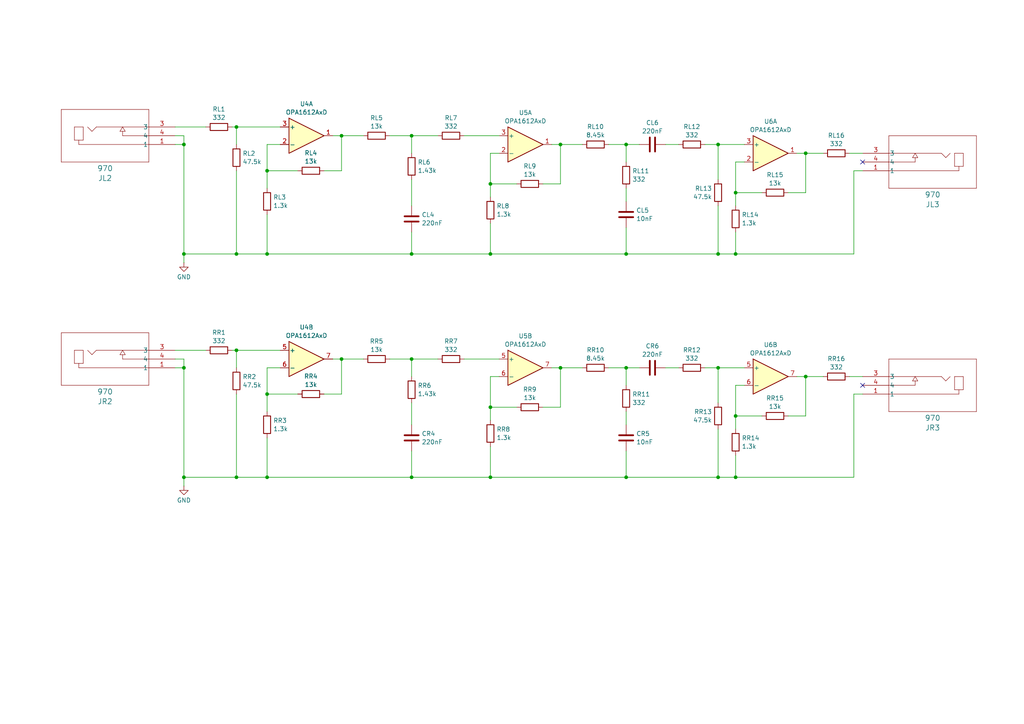
<source format=kicad_sch>
(kicad_sch (version 20231120) (generator "eeschema") (generator_version "8.0")
  (paper "A4")
  (lib_symbols
    (symbol "2024-06-17_22-09-01:970" (pin_names (offset 0.254))
      (property "Reference" "J" (at -20.32 10.16 0))
      (property "Value" "970" (at -20.32 7.62 0))
      (symbol "970_0_1"
        (polyline (pts (xy -33.02 -10.16) (xy -7.62 -10.16)) (stroke (width 0.127)))
        (polyline (pts (xy -33.02 5.08) (xy -33.02 -10.16)) (stroke (width 0.127)))
        (polyline (pts (xy -29.21 -5.08) (xy -29.21 -1.27)) (stroke (width 0.127)))
        (polyline (pts (xy -29.21 -1.27) (xy -26.67 -1.27)) (stroke (width 0.127)))
        (polyline (pts (xy -27.94 0) (xy -27.94 -1.27)) (stroke (width 0.127)))
        (polyline (pts (xy -26.67 -5.08) (xy -29.21 -5.08)) (stroke (width 0.127)))
        (polyline (pts (xy -26.67 -1.27) (xy -26.67 -5.08)) (stroke (width 0.127)))
        (polyline (pts (xy -25.4 -5.08) (xy -24.13 -3.81)) (stroke (width 0.127)))
        (polyline (pts (xy -24.13 -3.81) (xy -22.86 -5.08)) (stroke (width 0.127)))
        (polyline (pts (xy -16.002 -3.81) (xy -14.478 -3.81)) (stroke (width 0.127)))
        (polyline (pts (xy -15.24 -5.08) (xy -16.002 -3.81)) (stroke (width 0.127)))
        (polyline (pts (xy -15.24 -2.54) (xy -15.24 -3.81)) (stroke (width 0.127)))
        (polyline (pts (xy -14.478 -3.81) (xy -15.24 -5.08)) (stroke (width 0.127)))
        (polyline (pts (xy -7.62 -10.16) (xy -7.62 5.08)) (stroke (width 0.127)))
        (polyline (pts (xy -7.62 -5.08) (xy -22.86 -5.08)) (stroke (width 0.127)))
        (polyline (pts (xy -7.62 -2.54) (xy -15.24 -2.54)) (stroke (width 0.127)))
        (polyline (pts (xy -7.62 0) (xy -27.94 0)) (stroke (width 0.127)))
        (polyline (pts (xy -7.62 5.08) (xy -33.02 5.08)) (stroke (width 0.127)))
      )
      (symbol "970_1_1"
        (pin passive line (at 0 0 180) (length 7.62) (name "1") (number "1"))
        (pin passive line (at 0 -5.08 180) (length 7.62) (name "3") (number "3"))
        (pin passive line (at 0 -2.54 180) (length 7.62) (name "4") (number "4"))
      )
    )
    (symbol "Amplifier_Operational:OPA1612AxD" (pin_names (offset 0.127))
      (property "Reference" "U" (at 0 5.08 0))
      (property "Value" "OPA1612AxD" (at 0 -5.08 0))
      (symbol "OPA1612AxD_1_1"
        (polyline (pts (xy -5.08 5.08) (xy 5.08 0) (xy -5.08 -5.08) (xy -5.08 5.08)) (stroke (width 0.254)) (fill (type background)))
        (pin output line (at 7.62 0 180) (length 2.54) (name "~") (number "1"))
        (pin input line (at -7.62 -2.54 0) (length 2.54) (name "-") (number "2"))
        (pin input line (at -7.62 2.54 0) (length 2.54) (name "+") (number "3"))
      )
      (symbol "OPA1612AxD_2_1"
        (polyline (pts (xy -5.08 5.08) (xy 5.08 0) (xy -5.08 -5.08) (xy -5.08 5.08)) (stroke (width 0.254)) (fill (type background)))
        (pin input line (at -7.62 2.54 0) (length 2.54) (name "+") (number "5"))
        (pin input line (at -7.62 -2.54 0) (length 2.54) (name "-") (number "6"))
        (pin output line (at 7.62 0 180) (length 2.54) (name "~") (number "7"))
      )
      (symbol "OPA1612AxD_3_1"
        (pin power_in line (at -2.54 -7.62 90) (length 3.81) (name "V-") (number "4"))
        (pin power_in line (at -2.54 7.62 270) (length 3.81) (name "V+") (number "8"))
      )
    )
    (symbol "Device:C" (pin_numbers hide) (pin_names (offset 0.254))
      (property "Reference" "C" (at 0.635 2.54 0))
      (property "Value" "C" (at 0.635 -2.54 0))
      (symbol "C_0_1"
        (polyline (pts (xy -2.032 -0.762) (xy 2.032 -0.762)) (stroke (width 0.508)))
        (polyline (pts (xy -2.032 0.762) (xy 2.032 0.762)) (stroke (width 0.508)))
      )
      (symbol "C_1_1"
        (pin passive line (at 0 3.81 270) (length 2.794) (name "~") (number "1"))
        (pin passive line (at 0 -3.81 90) (length 2.794) (name "~") (number "2"))
      )
    )
    (symbol "Device:R" (pin_numbers hide) (pin_names (offset 0))
      (property "Reference" "R" (at 2.032 0 90))
      (property "Value" "R" (at 0 0 90))
      (symbol "R_0_1"
        (rectangle (start -1.016 -2.54) (end 1.016 2.54) (stroke (width 0.254)))
      )
      (symbol "R_1_1"
        (pin passive line (at 0 3.81 270) (length 1.27) (name "~") (number "1"))
        (pin passive line (at 0 -3.81 90) (length 1.27) (name "~") (number "2"))
      )
    )
    (symbol "power:GND" (power) (pin_numbers hide) (pin_names (offset 0) hide)
      (property "Value" "GND" (at 0 -3.81 0))
      (symbol "GND_0_1"
        (polyline (pts (xy 0 0) (xy 0 -1.27) (xy 1.27 -1.27) (xy 0 -2.54) (xy -1.27 -1.27) (xy 0 -1.27)))
      )
      (symbol "GND_1_1"
        (pin power_in line (at 0 0 270) (length 0) (name "~") (number "1"))
      )
    )
  )
  (junction (at 208.28 106.68))
  (junction (at 208.28 41.91))
  (junction (at 233.68 109.22))
  (junction (at 99.06 104.14))
  (junction (at 53.34 41.91))
  (junction (at 77.47 114.3))
  (junction (at 181.61 73.66))
  (junction (at 162.56 106.68))
  (junction (at 77.47 138.43))
  (junction (at 68.58 73.66))
  (junction (at 181.61 106.68))
  (junction (at 77.47 73.66))
  (junction (at 162.56 41.91))
  (junction (at 213.36 120.65))
  (junction (at 119.38 73.66))
  (junction (at 142.24 73.66))
  (junction (at 68.58 36.83))
  (junction (at 181.61 138.43))
  (junction (at 233.68 44.45))
  (junction (at 53.34 106.68))
  (junction (at 77.47 49.53))
  (junction (at 119.38 104.14))
  (junction (at 213.36 55.88))
  (junction (at 119.38 138.43))
  (junction (at 99.06 39.37))
  (junction (at 53.34 138.43))
  (junction (at 142.24 53.34))
  (junction (at 213.36 73.66))
  (junction (at 142.24 138.43))
  (junction (at 68.58 101.6))
  (junction (at 208.28 138.43))
  (junction (at 119.38 39.37))
  (junction (at 53.34 73.66))
  (junction (at 213.36 138.43))
  (junction (at 208.28 73.66))
  (junction (at 181.61 41.91))
  (junction (at 68.58 138.43))
  (junction (at 142.24 118.11))
  (no_connect (at 250.19 46.99))
  (no_connect (at 250.19 111.76))
  (wire (pts (xy 68.58 36.83) (xy 81.28 36.83)))
  (wire (pts (xy 144.78 109.22) (xy 142.24 109.22)))
  (wire (pts (xy 68.58 49.53) (xy 68.58 73.66)))
  (wire (pts (xy 53.34 104.14) (xy 53.34 106.68)))
  (wire (pts (xy 208.28 106.68) (xy 215.9 106.68)))
  (wire (pts (xy 181.61 138.43) (xy 142.24 138.43)))
  (wire (pts (xy 50.8 106.68) (xy 53.34 106.68)))
  (wire (pts (xy 50.8 36.83) (xy 59.69 36.83)))
  (wire (pts (xy 181.61 73.66) (xy 142.24 73.66)))
  (wire (pts (xy 119.38 73.66) (xy 142.24 73.66)))
  (wire (pts (xy 119.38 138.43) (xy 77.47 138.43)))
  (wire (pts (xy 77.47 73.66) (xy 119.38 73.66)))
  (wire (pts (xy 208.28 59.69) (xy 208.28 73.66)))
  (wire (pts (xy 68.58 114.3) (xy 68.58 138.43)))
  (wire (pts (xy 231.14 44.45) (xy 233.68 44.45)))
  (wire (pts (xy 208.28 41.91) (xy 208.28 52.07)))
  (wire (pts (xy 181.61 106.68) (xy 185.42 106.68)))
  (wire (pts (xy 213.36 120.65) (xy 220.98 120.65)))
  (wire (pts (xy 181.61 130.81) (xy 181.61 138.43)))
  (wire (pts (xy 113.03 104.14) (xy 119.38 104.14)))
  (wire (pts (xy 160.02 41.91) (xy 162.56 41.91)))
  (wire (pts (xy 142.24 129.54) (xy 142.24 138.43)))
  (wire (pts (xy 77.47 62.23) (xy 77.47 73.66)))
  (wire (pts (xy 134.62 39.37) (xy 144.78 39.37)))
  (wire (pts (xy 53.34 39.37) (xy 53.34 41.91)))
  (wire (pts (xy 93.98 49.53) (xy 99.06 49.53)))
  (wire (pts (xy 213.36 132.08) (xy 213.36 138.43)))
  (wire (pts (xy 213.36 67.31) (xy 213.36 73.66)))
  (wire (pts (xy 176.53 106.68) (xy 181.61 106.68)))
  (wire (pts (xy 77.47 41.91) (xy 81.28 41.91)))
  (wire (pts (xy 142.24 64.77) (xy 142.24 73.66)))
  (wire (pts (xy 208.28 138.43) (xy 181.61 138.43)))
  (wire (pts (xy 208.28 124.46) (xy 208.28 138.43)))
  (wire (pts (xy 144.78 44.45) (xy 142.24 44.45)))
  (wire (pts (xy 162.56 41.91) (xy 168.91 41.91)))
  (wire (pts (xy 53.34 106.68) (xy 53.34 138.43)))
  (wire (pts (xy 119.38 116.84) (xy 119.38 123.19)))
  (wire (pts (xy 247.65 49.53) (xy 247.65 73.66)))
  (wire (pts (xy 50.8 41.91) (xy 53.34 41.91)))
  (wire (pts (xy 213.36 55.88) (xy 213.36 59.69)))
  (wire (pts (xy 67.31 36.83) (xy 68.58 36.83)))
  (wire (pts (xy 77.47 106.68) (xy 81.28 106.68)))
  (wire (pts (xy 53.34 138.43) (xy 53.34 140.97)))
  (wire (pts (xy 77.47 138.43) (xy 68.58 138.43)))
  (wire (pts (xy 142.24 53.34) (xy 142.24 57.15)))
  (wire (pts (xy 68.58 101.6) (xy 81.28 101.6)))
  (wire (pts (xy 246.38 44.45) (xy 250.19 44.45)))
  (wire (pts (xy 157.48 118.11) (xy 162.56 118.11)))
  (wire (pts (xy 247.65 114.3) (xy 247.65 138.43)))
  (wire (pts (xy 246.38 109.22) (xy 250.19 109.22)))
  (wire (pts (xy 68.58 101.6) (xy 68.58 106.68)))
  (wire (pts (xy 134.62 104.14) (xy 144.78 104.14)))
  (wire (pts (xy 142.24 118.11) (xy 142.24 121.92)))
  (wire (pts (xy 142.24 44.45) (xy 142.24 53.34)))
  (wire (pts (xy 96.52 39.37) (xy 99.06 39.37)))
  (wire (pts (xy 96.52 104.14) (xy 99.06 104.14)))
  (wire (pts (xy 53.34 138.43) (xy 68.58 138.43)))
  (wire (pts (xy 162.56 106.68) (xy 168.91 106.68)))
  (wire (pts (xy 162.56 53.34) (xy 162.56 41.91)))
  (wire (pts (xy 193.04 41.91) (xy 196.85 41.91)))
  (wire (pts (xy 93.98 114.3) (xy 99.06 114.3)))
  (wire (pts (xy 142.24 118.11) (xy 149.86 118.11)))
  (wire (pts (xy 53.34 41.91) (xy 53.34 73.66)))
  (wire (pts (xy 181.61 66.04) (xy 181.61 73.66)))
  (wire (pts (xy 53.34 73.66) (xy 68.58 73.66)))
  (wire (pts (xy 119.38 104.14) (xy 127 104.14)))
  (wire (pts (xy 208.28 73.66) (xy 181.61 73.66)))
  (wire (pts (xy 181.61 41.91) (xy 181.61 46.99)))
  (wire (pts (xy 77.47 49.53) (xy 77.47 41.91)))
  (wire (pts (xy 142.24 53.34) (xy 149.86 53.34)))
  (wire (pts (xy 99.06 114.3) (xy 99.06 104.14)))
  (wire (pts (xy 213.36 55.88) (xy 220.98 55.88)))
  (wire (pts (xy 119.38 39.37) (xy 127 39.37)))
  (wire (pts (xy 233.68 44.45) (xy 238.76 44.45)))
  (wire (pts (xy 181.61 54.61) (xy 181.61 58.42)))
  (wire (pts (xy 204.47 106.68) (xy 208.28 106.68)))
  (wire (pts (xy 53.34 73.66) (xy 53.34 76.2)))
  (wire (pts (xy 113.03 39.37) (xy 119.38 39.37)))
  (wire (pts (xy 233.68 120.65) (xy 233.68 109.22)))
  (wire (pts (xy 233.68 55.88) (xy 233.68 44.45)))
  (wire (pts (xy 176.53 41.91) (xy 181.61 41.91)))
  (wire (pts (xy 99.06 49.53) (xy 99.06 39.37)))
  (wire (pts (xy 181.61 119.38) (xy 181.61 123.19)))
  (wire (pts (xy 77.47 127) (xy 77.47 138.43)))
  (wire (pts (xy 213.36 120.65) (xy 213.36 124.46)))
  (wire (pts (xy 231.14 109.22) (xy 233.68 109.22)))
  (wire (pts (xy 142.24 138.43) (xy 119.38 138.43)))
  (wire (pts (xy 50.8 101.6) (xy 59.69 101.6)))
  (wire (pts (xy 228.6 55.88) (xy 233.68 55.88)))
  (wire (pts (xy 213.36 73.66) (xy 208.28 73.66)))
  (wire (pts (xy 213.36 46.99) (xy 213.36 55.88)))
  (wire (pts (xy 213.36 138.43) (xy 208.28 138.43)))
  (wire (pts (xy 215.9 46.99) (xy 213.36 46.99)))
  (wire (pts (xy 99.06 39.37) (xy 105.41 39.37)))
  (wire (pts (xy 77.47 73.66) (xy 68.58 73.66)))
  (wire (pts (xy 119.38 104.14) (xy 119.38 109.22)))
  (wire (pts (xy 208.28 106.68) (xy 208.28 116.84)))
  (wire (pts (xy 160.02 106.68) (xy 162.56 106.68)))
  (wire (pts (xy 181.61 106.68) (xy 181.61 111.76)))
  (wire (pts (xy 50.8 104.14) (xy 53.34 104.14)))
  (wire (pts (xy 181.61 41.91) (xy 185.42 41.91)))
  (wire (pts (xy 162.56 118.11) (xy 162.56 106.68)))
  (wire (pts (xy 247.65 114.3) (xy 250.19 114.3)))
  (wire (pts (xy 67.31 101.6) (xy 68.58 101.6)))
  (wire (pts (xy 119.38 39.37) (xy 119.38 44.45)))
  (wire (pts (xy 77.47 119.38) (xy 77.47 114.3)))
  (wire (pts (xy 68.58 36.83) (xy 68.58 41.91)))
  (wire (pts (xy 204.47 41.91) (xy 208.28 41.91)))
  (wire (pts (xy 247.65 138.43) (xy 213.36 138.43)))
  (wire (pts (xy 142.24 109.22) (xy 142.24 118.11)))
  (wire (pts (xy 77.47 54.61) (xy 77.47 49.53)))
  (wire (pts (xy 77.47 114.3) (xy 86.36 114.3)))
  (wire (pts (xy 193.04 106.68) (xy 196.85 106.68)))
  (wire (pts (xy 213.36 111.76) (xy 213.36 120.65)))
  (wire (pts (xy 208.28 41.91) (xy 215.9 41.91)))
  (wire (pts (xy 233.68 109.22) (xy 238.76 109.22)))
  (wire (pts (xy 50.8 39.37) (xy 53.34 39.37)))
  (wire (pts (xy 119.38 67.31) (xy 119.38 73.66)))
  (wire (pts (xy 247.65 73.66) (xy 213.36 73.66)))
  (wire (pts (xy 157.48 53.34) (xy 162.56 53.34)))
  (wire (pts (xy 99.06 104.14) (xy 105.41 104.14)))
  (wire (pts (xy 119.38 130.81) (xy 119.38 138.43)))
  (wire (pts (xy 119.38 52.07) (xy 119.38 59.69)))
  (wire (pts (xy 77.47 114.3) (xy 77.47 106.68)))
  (wire (pts (xy 215.9 111.76) (xy 213.36 111.76)))
  (wire (pts (xy 77.47 49.53) (xy 86.36 49.53)))
  (wire (pts (xy 247.65 49.53) (xy 250.19 49.53)))
  (wire (pts (xy 228.6 120.65) (xy 233.68 120.65)))
  (symbol (lib_id "Device:R") (at 142.24 125.73 180) (unit 1)
    (property "Reference" "RR8" (at 144.018 124.5178 0) (effects (justify right)))
    (property "Value" "1.3k" (at 144.018 126.9421 0) (effects (justify right)))
    (property "Footprint" "Resistor_SMD:R_0805_2012Metric_Pad1.20x1.40mm_HandSolder" (effects (hide yes)))
    (property "Description" "Resistor" (effects (hide yes)))
  )
  (symbol (lib_id "Device:R") (at 68.58 45.72 180) (unit 1)
    (property "Reference" "RL2" (at 70.358 44.5078 0) (effects (justify right)))
    (property "Value" "47.5k" (at 70.358 46.9321 0) (effects (justify right)))
    (property "Footprint" "Resistor_SMD:R_0805_2012Metric_Pad1.20x1.40mm_HandSolder" (effects (hide yes)))
    (property "Description" "Resistor" (effects (hide yes)))
  )
  (symbol (lib_id "Device:R") (at 77.47 123.19 180) (unit 1)
    (property "Reference" "RR3" (at 79.248 121.9778 0) (effects (justify right)))
    (property "Value" "1.3k" (at 79.248 124.4021 0) (effects (justify right)))
    (property "Footprint" "Resistor_SMD:R_0805_2012Metric_Pad1.20x1.40mm_HandSolder" (effects (hide yes)))
    (property "Description" "Resistor" (effects (hide yes)))
  )
  (symbol (lib_id "Device:C") (at 189.23 106.68 90) (unit 1)
    (property "Reference" "CR6" (at 189.23 100.3765 90))
    (property "Value" "220nF" (at 189.23 102.8008 90))
    (property "Footprint" "footprints:CAP_ECHUX_D4_PAN-L" (effects (hide yes)))
    (property "Description" "Unpolarized capacitor" (effects (hide yes)))
  )
  (symbol (lib_id "Device:R") (at 63.5 101.6 90) (unit 1)
    (property "Reference" "RR1" (at 63.5 96.4395 90))
    (property "Value" "332" (at 63.5 98.8638 90))
    (property "Footprint" "Resistor_SMD:R_0805_2012Metric_Pad1.20x1.40mm_HandSolder" (effects (hide yes)))
    (property "Description" "Resistor" (effects (hide yes)))
  )
  (symbol (lib_id "Device:R") (at 181.61 50.8 180) (unit 1)
    (property "Reference" "RL11" (at 183.388 49.5878 0) (effects (justify right)))
    (property "Value" "332" (at 183.388 52.0121 0) (effects (justify right)))
    (property "Footprint" "Resistor_SMD:R_0805_2012Metric_Pad1.20x1.40mm_HandSolder" (effects (hide yes)))
    (property "Description" "Resistor" (effects (hide yes)))
  )
  (symbol (lib_id "Device:R") (at 90.17 114.3 270) (unit 1)
    (property "Reference" "RR4" (at 90.17 109.1395 90))
    (property "Value" "13k" (at 90.17 111.5638 90))
    (property "Footprint" "Resistor_SMD:R_0805_2012Metric_Pad1.20x1.40mm_HandSolder" (effects (hide yes)))
    (property "Description" "Resistor" (effects (hide yes)))
  )
  (symbol (lib_id "2024-06-17_22-09-01:970") (at 50.8 41.91 0) (mirror x) (unit 1)
    (property "Reference" "JL2" (at 30.48 51.6839 0) (effects (font (size 1.524 1.524))))
    (property "Value" "970" (at 30.48 48.851 0) (effects (font (size 1.524 1.524))))
    (property "Footprint" "footprints:970_KEY" (effects (hide yes)))
    (property "Datasheet" "970" (effects (hide yes)))
  )
  (symbol (lib_id "Device:C") (at 181.61 127 0) (unit 1)
    (property "Reference" "CR5" (at 184.531 125.7878 0) (effects (justify left)))
    (property "Value" "10nF" (at 184.531 128.2121 0) (effects (justify left)))
    (property "Footprint" "Capacitor_SMD:C_1206_3216Metric_Pad1.33x1.80mm_HandSolder" (effects (hide yes)))
    (property "Description" "Unpolarized capacitor" (effects (hide yes)))
  )
  (symbol (lib_id "Device:C") (at 119.38 127 0) (unit 1)
    (property "Reference" "CR4" (at 122.301 125.7878 0) (effects (justify left)))
    (property "Value" "220nF" (at 122.301 128.2121 0) (effects (justify left)))
    (property "Footprint" "footprints:CAP_ECHUX_D4_PAN-L" (effects (hide yes)))
    (property "Description" "Unpolarized capacitor" (effects (hide yes)))
  )
  (symbol (lib_id "Device:R") (at 68.58 110.49 180) (unit 1)
    (property "Reference" "RR2" (at 70.358 109.2778 0) (effects (justify right)))
    (property "Value" "47.5k" (at 70.358 111.7021 0) (effects (justify right)))
    (property "Footprint" "Resistor_SMD:R_0805_2012Metric_Pad1.20x1.40mm_HandSolder" (effects (hide yes)))
    (property "Description" "Resistor" (effects (hide yes)))
  )
  (symbol (lib_id "Device:R") (at 119.38 113.03 180) (unit 1)
    (property "Reference" "RR6" (at 121.158 111.8178 0) (effects (justify right)))
    (property "Value" "1.43k" (at 121.158 114.2421 0) (effects (justify right)))
    (property "Footprint" "Resistor_SMD:R_0805_2012Metric_Pad1.20x1.40mm_HandSolder" (effects (hide yes)))
    (property "Description" "Resistor" (effects (hide yes)))
  )
  (symbol (lib_id "Device:C") (at 181.61 62.23 0) (unit 1)
    (property "Reference" "CL5" (at 184.531 61.0178 0) (effects (justify left)))
    (property "Value" "10nF" (at 184.531 63.4421 0) (effects (justify left)))
    (property "Footprint" "Capacitor_SMD:C_1206_3216Metric_Pad1.33x1.80mm_HandSolder" (effects (hide yes)))
    (property "Description" "Unpolarized capacitor" (effects (hide yes)))
  )
  (symbol (lib_id "2024-06-17_22-09-01:970") (at 250.19 49.53 180) (unit 1)
    (property "Reference" "JL3" (at 270.51 59.3039 0) (effects (font (size 1.524 1.524))))
    (property "Value" "970" (at 270.51 56.471 0) (effects (font (size 1.524 1.524))))
    (property "Footprint" "footprints:970_KEY" (effects (hide yes)))
    (property "Datasheet" "970" (effects (hide yes)))
  )
  (symbol (lib_id "Device:R") (at 208.28 120.65 0) (mirror x) (unit 1)
    (property "Reference" "RR13" (at 206.502 119.4378 0) (effects (justify right)))
    (property "Value" "47.5k" (at 206.502 121.8621 0) (effects (justify right)))
    (property "Footprint" "Resistor_SMD:R_0805_2012Metric_Pad1.20x1.40mm_HandSolder" (effects (hide yes)))
    (property "Description" "Resistor" (effects (hide yes)))
  )
  (symbol (lib_id "Device:R") (at 200.66 106.68 270) (unit 1)
    (property "Reference" "RR12" (at 200.66 101.5195 90))
    (property "Value" "332" (at 200.66 103.9438 90))
    (property "Footprint" "Resistor_SMD:R_0805_2012Metric_Pad1.20x1.40mm_HandSolder" (effects (hide yes)))
    (property "Description" "Resistor" (effects (hide yes)))
  )
  (symbol (lib_id "Device:R") (at 109.22 39.37 270) (unit 1)
    (property "Reference" "RL5" (at 109.22 34.2095 90))
    (property "Value" "13k" (at 109.22 36.6338 90))
    (property "Footprint" "Resistor_SMD:R_0805_2012Metric_Pad1.20x1.40mm_HandSolder" (effects (hide yes)))
    (property "Description" "Resistor" (effects (hide yes)))
  )
  (symbol (lib_id "power:GND") (at 53.34 140.97 0) (unit 1)
    (property "Reference" "#PWR07" (effects (hide yes)))
    (property "Value" "GND" (at 53.34 145.1031 0))
    (property "Description" "Power symbol creates a global label with name \"GND\" , ground" (effects (hide yes)))
  )
  (symbol (lib_id "Device:R") (at 242.57 44.45 270) (unit 1)
    (property "Reference" "RL16" (at 242.57 39.2895 90))
    (property "Value" "332" (at 242.57 41.7138 90))
    (property "Footprint" "Resistor_SMD:R_0805_2012Metric_Pad1.20x1.40mm_HandSolder" (effects (hide yes)))
    (property "Description" "Resistor" (effects (hide yes)))
  )
  (symbol (lib_id "Device:R") (at 213.36 128.27 180) (unit 1)
    (property "Reference" "RR14" (at 215.138 127.0578 0) (effects (justify right)))
    (property "Value" "1.3k" (at 215.138 129.4821 0) (effects (justify right)))
    (property "Footprint" "Resistor_SMD:R_0805_2012Metric_Pad1.20x1.40mm_HandSolder" (effects (hide yes)))
    (property "Description" "Resistor" (effects (hide yes)))
  )
  (symbol (lib_id "Device:R") (at 224.79 55.88 270) (unit 1)
    (property "Reference" "RL15" (at 224.79 50.7195 90))
    (property "Value" "13k" (at 224.79 53.1438 90))
    (property "Footprint" "Resistor_SMD:R_0805_2012Metric_Pad1.20x1.40mm_HandSolder" (effects (hide yes)))
    (property "Description" "Resistor" (effects (hide yes)))
  )
  (symbol (lib_id "Amplifier_Operational:OPA1612AxD") (at 88.9 39.37 0) (unit 1)
    (property "Reference" "U4" (at 88.9 30.1455 0))
    (property "Value" "OPA1612AxD" (at 88.9 32.5698 0))
    (property "Footprint" "Package_SO:SOIC-8_3.9x4.9mm_P1.27mm" (effects (hide yes)))
    (property "Datasheet" "http://www.ti.com/lit/ds/symlink/opa1612.pdf" (effects (hide yes)))
    (property "Description" "Dual SoundPlus High Performance, Bipolar-Input Audio Operational Amplifiers, SOIC-8" (effects (hide yes)))
  )
  (symbol (lib_id "Device:R") (at 77.47 58.42 180) (unit 1)
    (property "Reference" "RL3" (at 79.248 57.2078 0) (effects (justify right)))
    (property "Value" "1.3k" (at 79.248 59.6321 0) (effects (justify right)))
    (property "Footprint" "Resistor_SMD:R_0805_2012Metric_Pad1.20x1.40mm_HandSolder" (effects (hide yes)))
    (property "Description" "Resistor" (effects (hide yes)))
  )
  (symbol (lib_id "Device:C") (at 119.38 63.5 0) (unit 1)
    (property "Reference" "CL4" (at 122.301 62.2878 0) (effects (justify left)))
    (property "Value" "220nF" (at 122.301 64.7121 0) (effects (justify left)))
    (property "Footprint" "footprints:CAP_ECHUX_D4_PAN-L" (effects (hide yes)))
    (property "Description" "Unpolarized capacitor" (effects (hide yes)))
  )
  (symbol (lib_id "Device:R") (at 172.72 41.91 270) (unit 1)
    (property "Reference" "RL10" (at 172.72 36.7495 90))
    (property "Value" "8.45k" (at 172.72 39.1738 90))
    (property "Footprint" "Resistor_SMD:R_0805_2012Metric_Pad1.20x1.40mm_HandSolder" (effects (hide yes)))
    (property "Description" "Resistor" (effects (hide yes)))
  )
  (symbol (lib_id "Amplifier_Operational:OPA1612AxD") (at 223.52 109.22 0) (unit 2)
    (property "Reference" "U6" (at 223.52 99.9955 0))
    (property "Value" "OPA1612AxD" (at 223.52 102.4198 0))
    (property "Footprint" "Package_SO:SOIC-8_3.9x4.9mm_P1.27mm" (effects (hide yes)))
    (property "Datasheet" "http://www.ti.com/lit/ds/symlink/opa1612.pdf" (effects (hide yes)))
    (property "Description" "Dual SoundPlus High Performance, Bipolar-Input Audio Operational Amplifiers, SOIC-8" (effects (hide yes)))
  )
  (symbol (lib_id "Amplifier_Operational:OPA1612AxD") (at 88.9 104.14 0) (unit 2)
    (property "Reference" "U4" (at 88.9 94.9155 0))
    (property "Value" "OPA1612AxD" (at 88.9 97.3398 0))
    (property "Footprint" "Package_SO:SOIC-8_3.9x4.9mm_P1.27mm" (effects (hide yes)))
    (property "Datasheet" "http://www.ti.com/lit/ds/symlink/opa1612.pdf" (effects (hide yes)))
    (property "Description" "Dual SoundPlus High Performance, Bipolar-Input Audio Operational Amplifiers, SOIC-8" (effects (hide yes)))
  )
  (symbol (lib_id "2024-06-17_22-09-01:970") (at 250.19 114.3 180) (unit 1)
    (property "Reference" "JR3" (at 270.51 124.0739 0) (effects (font (size 1.524 1.524))))
    (property "Value" "970" (at 270.51 121.241 0) (effects (font (size 1.524 1.524))))
    (property "Footprint" "footprints:970_KEY" (effects (hide yes)))
    (property "Datasheet" "970" (effects (hide yes)))
  )
  (symbol (lib_id "Amplifier_Operational:OPA1612AxD") (at 152.4 41.91 0) (unit 1)
    (property "Reference" "U5" (at 152.4 32.6855 0))
    (property "Value" "OPA1612AxD" (at 152.4 35.1098 0))
    (property "Footprint" "Package_SO:SOIC-8_3.9x4.9mm_P1.27mm" (effects (hide yes)))
    (property "Datasheet" "http://www.ti.com/lit/ds/symlink/opa1612.pdf" (effects (hide yes)))
    (property "Description" "Dual SoundPlus High Performance, Bipolar-Input Audio Operational Amplifiers, SOIC-8" (effects (hide yes)))
  )
  (symbol (lib_id "Device:R") (at 242.57 109.22 270) (unit 1)
    (property "Reference" "RR16" (at 242.57 104.0595 90))
    (property "Value" "332" (at 242.57 106.4838 90))
    (property "Footprint" "Resistor_SMD:R_0805_2012Metric_Pad1.20x1.40mm_HandSolder" (effects (hide yes)))
    (property "Description" "Resistor" (effects (hide yes)))
  )
  (symbol (lib_id "Device:R") (at 208.28 55.88 0) (mirror x) (unit 1)
    (property "Reference" "RL13" (at 206.502 54.6678 0) (effects (justify right)))
    (property "Value" "47.5k" (at 206.502 57.0921 0) (effects (justify right)))
    (property "Footprint" "Resistor_SMD:R_0805_2012Metric_Pad1.20x1.40mm_HandSolder" (effects (hide yes)))
    (property "Description" "Resistor" (effects (hide yes)))
  )
  (symbol (lib_id "Device:R") (at 200.66 41.91 270) (unit 1)
    (property "Reference" "RL12" (at 200.66 36.7495 90))
    (property "Value" "332" (at 200.66 39.1738 90))
    (property "Footprint" "Resistor_SMD:R_0805_2012Metric_Pad1.20x1.40mm_HandSolder" (effects (hide yes)))
    (property "Description" "Resistor" (effects (hide yes)))
  )
  (symbol (lib_id "Device:R") (at 153.67 53.34 270) (unit 1)
    (property "Reference" "RL9" (at 153.67 48.1795 90))
    (property "Value" "13k" (at 153.67 50.6038 90))
    (property "Footprint" "Resistor_SMD:R_0805_2012Metric_Pad1.20x1.40mm_HandSolder" (effects (hide yes)))
    (property "Description" "Resistor" (effects (hide yes)))
  )
  (symbol (lib_id "Device:R") (at 130.81 39.37 270) (unit 1)
    (property "Reference" "RL7" (at 130.81 34.2095 90))
    (property "Value" "332" (at 130.81 36.6338 90))
    (property "Footprint" "Resistor_SMD:R_0805_2012Metric_Pad1.20x1.40mm_HandSolder" (effects (hide yes)))
    (property "Description" "Resistor" (effects (hide yes)))
  )
  (symbol (lib_id "Amplifier_Operational:OPA1612AxD") (at 152.4 106.68 0) (unit 2)
    (property "Reference" "U5" (at 152.4 97.4555 0))
    (property "Value" "OPA1612AxD" (at 152.4 99.8798 0))
    (property "Footprint" "Package_SO:SOIC-8_3.9x4.9mm_P1.27mm" (effects (hide yes)))
    (property "Datasheet" "http://www.ti.com/lit/ds/symlink/opa1612.pdf" (effects (hide yes)))
    (property "Description" "Dual SoundPlus High Performance, Bipolar-Input Audio Operational Amplifiers, SOIC-8" (effects (hide yes)))
  )
  (symbol (lib_id "Device:R") (at 142.24 60.96 180) (unit 1)
    (property "Reference" "RL8" (at 144.018 59.7478 0) (effects (justify right)))
    (property "Value" "1.3k" (at 144.018 62.1721 0) (effects (justify right)))
    (property "Footprint" "Resistor_SMD:R_0805_2012Metric_Pad1.20x1.40mm_HandSolder" (effects (hide yes)))
    (property "Description" "Resistor" (effects (hide yes)))
  )
  (symbol (lib_id "Device:R") (at 153.67 118.11 270) (unit 1)
    (property "Reference" "RR9" (at 153.67 112.9495 90))
    (property "Value" "13k" (at 153.67 115.3738 90))
    (property "Footprint" "Resistor_SMD:R_0805_2012Metric_Pad1.20x1.40mm_HandSolder" (effects (hide yes)))
    (property "Description" "Resistor" (effects (hide yes)))
  )
  (symbol (lib_id "Device:R") (at 109.22 104.14 270) (unit 1)
    (property "Reference" "RR5" (at 109.22 98.9795 90))
    (property "Value" "13k" (at 109.22 101.4038 90))
    (property "Footprint" "Resistor_SMD:R_0805_2012Metric_Pad1.20x1.40mm_HandSolder" (effects (hide yes)))
    (property "Description" "Resistor" (effects (hide yes)))
  )
  (symbol (lib_id "power:GND") (at 53.34 76.2 0) (unit 1)
    (property "Reference" "#PWR06" (effects (hide yes)))
    (property "Value" "GND" (at 53.34 80.3331 0))
    (property "Description" "Power symbol creates a global label with name \"GND\" , ground" (effects (hide yes)))
  )
  (symbol (lib_id "Device:R") (at 63.5 36.83 90) (unit 1)
    (property "Reference" "RL1" (at 63.5 31.6695 90))
    (property "Value" "332" (at 63.5 34.0938 90))
    (property "Footprint" "Resistor_SMD:R_0805_2012Metric_Pad1.20x1.40mm_HandSolder" (effects (hide yes)))
    (property "Description" "Resistor" (effects (hide yes)))
  )
  (symbol (lib_id "2024-06-17_22-09-01:970") (at 50.8 106.68 0) (mirror x) (unit 1)
    (property "Reference" "JR2" (at 30.48 116.4539 0) (effects (font (size 1.524 1.524))))
    (property "Value" "970" (at 30.48 113.621 0) (effects (font (size 1.524 1.524))))
    (property "Footprint" "footprints:970_KEY" (effects (hide yes)))
    (property "Datasheet" "970" (effects (hide yes)))
  )
  (symbol (lib_id "Device:R") (at 130.81 104.14 270) (unit 1)
    (property "Reference" "RR7" (at 130.81 98.9795 90))
    (property "Value" "332" (at 130.81 101.4038 90))
    (property "Footprint" "Resistor_SMD:R_0805_2012Metric_Pad1.20x1.40mm_HandSolder" (effects (hide yes)))
    (property "Description" "Resistor" (effects (hide yes)))
  )
  (symbol (lib_id "Device:R") (at 172.72 106.68 270) (unit 1)
    (property "Reference" "RR10" (at 172.72 101.5195 90))
    (property "Value" "8.45k" (at 172.72 103.9438 90))
    (property "Footprint" "Resistor_SMD:R_0805_2012Metric_Pad1.20x1.40mm_HandSolder" (effects (hide yes)))
    (property "Description" "Resistor" (effects (hide yes)))
  )
  (symbol (lib_id "Device:C") (at 189.23 41.91 90) (unit 1)
    (property "Reference" "CL6" (at 189.23 35.6065 90))
    (property "Value" "220nF" (at 189.23 38.0308 90))
    (property "Footprint" "footprints:CAP_ECHUX_D4_PAN-L" (effects (hide yes)))
    (property "Description" "Unpolarized capacitor" (effects (hide yes)))
  )
  (symbol (lib_id "Device:R") (at 213.36 63.5 180) (unit 1)
    (property "Reference" "RL14" (at 215.138 62.2878 0) (effects (justify right)))
    (property "Value" "1.3k" (at 215.138 64.7121 0) (effects (justify right)))
    (property "Footprint" "Resistor_SMD:R_0805_2012Metric_Pad1.20x1.40mm_HandSolder" (effects (hide yes)))
    (property "Description" "Resistor" (effects (hide yes)))
  )
  (symbol (lib_id "Device:R") (at 224.79 120.65 270) (unit 1)
    (property "Reference" "RR15" (at 224.79 115.4895 90))
    (property "Value" "13k" (at 224.79 117.9138 90))
    (property "Footprint" "Resistor_SMD:R_0805_2012Metric_Pad1.20x1.40mm_HandSolder" (effects (hide yes)))
    (property "Description" "Resistor" (effects (hide yes)))
  )
  (symbol (lib_id "Device:R") (at 119.38 48.26 180) (unit 1)
    (property "Reference" "RL6" (at 121.158 47.0478 0) (effects (justify right)))
    (property "Value" "1.43k" (at 121.158 49.4721 0) (effects (justify right)))
    (property "Footprint" "Resistor_SMD:R_0805_2012Metric_Pad1.20x1.40mm_HandSolder" (effects (hide yes)))
    (property "Description" "Resistor" (effects (hide yes)))
  )
  (symbol (lib_id "Device:R") (at 90.17 49.53 270) (unit 1)
    (property "Reference" "RL4" (at 90.17 44.3695 90))
    (property "Value" "13k" (at 90.17 46.7938 90))
    (property "Footprint" "Resistor_SMD:R_0805_2012Metric_Pad1.20x1.40mm_HandSolder" (effects (hide yes)))
    (property "Description" "Resistor" (effects (hide yes)))
  )
  (symbol (lib_id "Device:R") (at 181.61 115.57 180) (unit 1)
    (property "Reference" "RR11" (at 183.388 114.3578 0) (effects (justify right)))
    (property "Value" "332" (at 183.388 116.7821 0) (effects (justify right)))
    (property "Footprint" "Resistor_SMD:R_0805_2012Metric_Pad1.20x1.40mm_HandSolder" (effects (hide yes)))
    (property "Description" "Resistor" (effects (hide yes)))
  )
  (symbol (lib_id "Amplifier_Operational:OPA1612AxD") (at 223.52 44.45 0) (unit 1)
    (property "Reference" "U6" (at 223.52 35.2255 0))
    (property "Value" "OPA1612AxD" (at 223.52 37.6498 0))
    (property "Footprint" "Package_SO:SOIC-8_3.9x4.9mm_P1.27mm" (effects (hide yes)))
    (property "Datasheet" "http://www.ti.com/lit/ds/symlink/opa1612.pdf" (effects (hide yes)))
    (property "Description" "Dual SoundPlus High Performance, Bipolar-Input Audio Operational Amplifiers, SOIC-8" (effects (hide yes)))
  )
)
</source>
